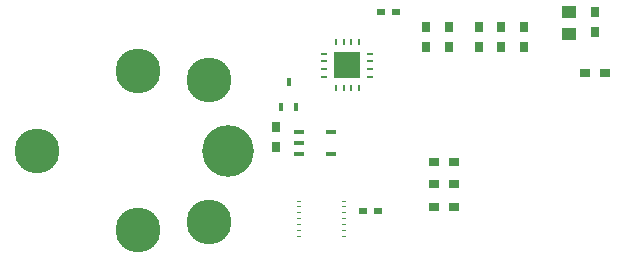
<source format=gbr>
G04 DipTrace 2.4.0.2*
%INTopPaste.gbr*%
%MOIN*%
%ADD42R,0.0274X0.0196*%
%ADD44R,0.0353X0.0156*%
%ADD46R,0.0865X0.0865*%
%ADD48O,0.0255X0.0058*%
%ADD50O,0.0058X0.0255*%
%ADD52R,0.0117X0.0046*%
%ADD54R,0.0046X0.0117*%
%ADD56R,0.0156X0.0018*%
%ADD58R,0.0117X0.0255*%
%ADD60C,0.172*%
%ADD62C,0.1495*%
%ADD64R,0.0353X0.0314*%
%ADD66R,0.0314X0.0353*%
%ADD72R,0.0511X0.0432*%
%FSLAX44Y44*%
G04*
G70*
G90*
G75*
G01*
%LNTopPaste*%
%LPD*%
D72*
X24190Y12690D3*
Y13438D3*
D66*
X22690Y12949D3*
Y12280D3*
D64*
X19690Y8440D3*
X20359D3*
D66*
X21940Y12945D3*
Y12275D3*
X14440Y9609D3*
Y8940D3*
X21190Y12945D3*
Y12275D3*
D64*
X19695Y6940D3*
X20364D3*
X19695Y7690D3*
X20364D3*
D66*
X20190Y12945D3*
Y12275D3*
X19440Y12280D3*
Y12949D3*
X25065Y13440D3*
Y12771D3*
D62*
X12190Y6440D3*
X6470Y8810D3*
X12190Y11180D3*
D60*
X12820Y8810D3*
D62*
X9820Y6160D3*
Y11460D3*
D58*
X14597Y10271D3*
X15109D3*
X14853Y11097D3*
D56*
X16690Y5940D3*
Y6137D3*
Y6334D3*
Y6531D3*
Y6727D3*
Y6924D3*
Y7121D3*
X15194D3*
Y6924D3*
Y6727D3*
Y6531D3*
Y6334D3*
Y6137D3*
Y5940D3*
D54*
X18129Y8253D3*
X17932D3*
X17735D3*
X17538D3*
D52*
X17499Y8025D3*
D54*
X17538Y7796D3*
X17735D3*
X17932D3*
X18129D3*
D52*
X18168Y8025D3*
D50*
X17190Y12440D3*
X16934D3*
X16678D3*
X16422D3*
D48*
X16038Y12056D3*
Y11800D3*
Y11544D3*
Y11288D3*
D50*
X16422Y10905D3*
X16678D3*
X16934D3*
X17190D3*
D48*
X17574Y11288D3*
Y11544D3*
Y11800D3*
Y12056D3*
D46*
X16806Y11672D3*
D44*
X15191Y9441D3*
Y9067D3*
Y8693D3*
X16254D3*
Y9441D3*
D42*
X17315Y6815D3*
X17827D3*
X18436Y13440D3*
X17924D3*
D64*
X25400Y11400D3*
X24731D3*
M02*

</source>
